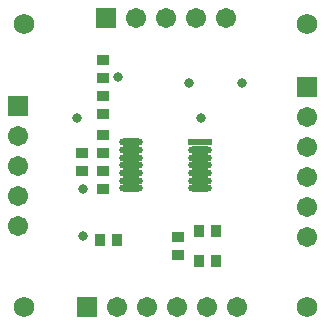
<source format=gbs>
G04*
G04 #@! TF.GenerationSoftware,Altium Limited,Altium Designer,18.0.7 (293)*
G04*
G04 Layer_Color=16711935*
%FSLAX25Y25*%
%MOIN*%
G70*
G01*
G75*
%ADD19R,0.03556X0.04343*%
%ADD20R,0.04343X0.03556*%
%ADD23C,0.06800*%
%ADD24R,0.06706X0.06706*%
%ADD25C,0.06706*%
%ADD26R,0.06706X0.06706*%
%ADD27C,0.03200*%
%ADD36R,0.07887X0.02375*%
%ADD37O,0.07887X0.02375*%
D19*
X70157Y37110D02*
D03*
X76063D02*
D03*
X76063Y27110D02*
D03*
X70157D02*
D03*
X37157Y34110D02*
D03*
X43063D02*
D03*
D20*
X63110Y35110D02*
D03*
Y29205D02*
D03*
X38110Y69016D02*
D03*
Y63110D02*
D03*
Y51252D02*
D03*
Y57157D02*
D03*
X38110Y88157D02*
D03*
Y94063D02*
D03*
X31110Y57157D02*
D03*
Y63063D02*
D03*
X38110Y76157D02*
D03*
Y82063D02*
D03*
D23*
X11811Y106299D02*
D03*
X106299D02*
D03*
Y11811D02*
D03*
X11811D02*
D03*
D24*
X39213Y108268D02*
D03*
X32992Y11811D02*
D03*
D25*
X49213Y108268D02*
D03*
X59213D02*
D03*
X69213D02*
D03*
X79213D02*
D03*
X42992Y11811D02*
D03*
X52992D02*
D03*
X62992D02*
D03*
X72992D02*
D03*
X82992D02*
D03*
X106299Y35118D02*
D03*
Y45118D02*
D03*
Y55118D02*
D03*
Y65118D02*
D03*
Y75118D02*
D03*
X9843Y38898D02*
D03*
Y48898D02*
D03*
Y58898D02*
D03*
Y68898D02*
D03*
D26*
X106299Y85118D02*
D03*
X9843Y78898D02*
D03*
D27*
X43307Y88583D02*
D03*
X31496Y35433D02*
D03*
Y51181D02*
D03*
X84646Y86614D02*
D03*
X66929D02*
D03*
X70866Y74803D02*
D03*
X29528D02*
D03*
D36*
X70472Y66732D02*
D03*
D37*
Y64173D02*
D03*
Y61614D02*
D03*
Y59055D02*
D03*
Y56496D02*
D03*
Y53937D02*
D03*
Y51378D02*
D03*
X47638Y66732D02*
D03*
Y64173D02*
D03*
Y61614D02*
D03*
Y59055D02*
D03*
Y56496D02*
D03*
Y53937D02*
D03*
Y51378D02*
D03*
M02*

</source>
